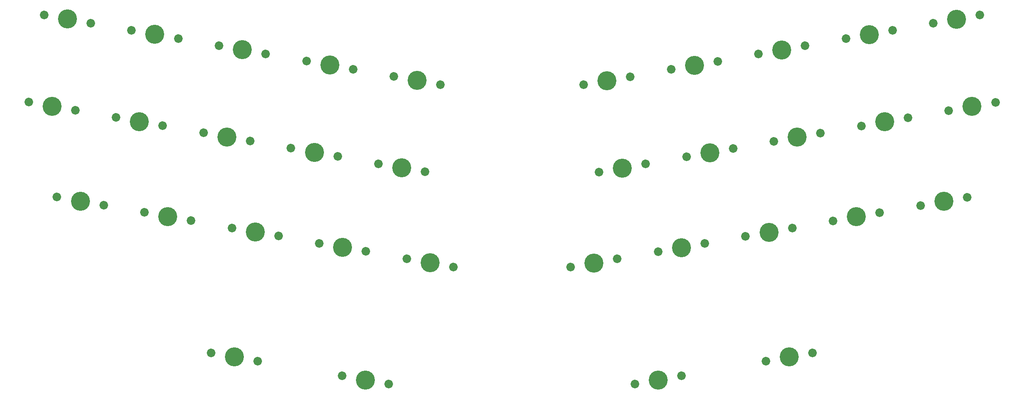
<source format=gbr>
%TF.GenerationSoftware,KiCad,Pcbnew,(6.0.4-0)*%
%TF.CreationDate,2023-01-13T14:19:42-08:00*%
%TF.ProjectId,AlphaStag,416c7068-6153-4746-9167-2e6b69636164,v1.0.0*%
%TF.SameCoordinates,Original*%
%TF.FileFunction,Soldermask,Top*%
%TF.FilePolarity,Negative*%
%FSLAX46Y46*%
G04 Gerber Fmt 4.6, Leading zero omitted, Abs format (unit mm)*
G04 Created by KiCad (PCBNEW (6.0.4-0)) date 2023-01-13 14:19:42*
%MOMM*%
%LPD*%
G01*
G04 APERTURE LIST*
%ADD10C,4.087800*%
%ADD11C,1.850000*%
G04 APERTURE END LIST*
D10*
%TO.C,MX20*%
X226261958Y-46311593D03*
D11*
X231264781Y-45429460D03*
X221259135Y-47193726D03*
%TD*%
%TO.C,MX17*%
X164977372Y-57117719D03*
D10*
X169980195Y-56235586D03*
D11*
X174983018Y-55353453D03*
%TD*%
%TO.C,MX18*%
X183737960Y-53809721D03*
X193743606Y-52045455D03*
D10*
X188740783Y-52927588D03*
%TD*%
D11*
%TO.C,MX13*%
X61371056Y-51994276D03*
X71376702Y-53758542D03*
D10*
X66373879Y-52876409D03*
%TD*%
%TO.C,MX10*%
X222953960Y-27551005D03*
D11*
X227956783Y-26668872D03*
X217951137Y-28433138D03*
%TD*%
D10*
%TO.C,MX4*%
X88442465Y-37423819D03*
D11*
X93445288Y-38305952D03*
X83439642Y-36541686D03*
%TD*%
%TO.C,MX27*%
X158905076Y-77532306D03*
X168910722Y-75768040D03*
D10*
X163907899Y-76650173D03*
%TD*%
%TO.C,MX15*%
X103895054Y-59492405D03*
D11*
X98892231Y-58610272D03*
X108897877Y-60374538D03*
%TD*%
D10*
%TO.C,MX1*%
X32160701Y-27499826D03*
D11*
X37163524Y-28381959D03*
X27157878Y-26617693D03*
%TD*%
%TO.C,MX25*%
X114970174Y-80789125D03*
X104964528Y-79024859D03*
D10*
X109967351Y-79906992D03*
%TD*%
%TO.C,MX3*%
X69681877Y-34115822D03*
D11*
X74684700Y-34997955D03*
X64679054Y-33233689D03*
%TD*%
%TO.C,MX31*%
X72975910Y-101027631D03*
D10*
X67973087Y-100145498D03*
D11*
X62970264Y-99263365D03*
%TD*%
%TO.C,MX24*%
X96209586Y-77481127D03*
X86203940Y-75716861D03*
D10*
X91206763Y-76598994D03*
%TD*%
D11*
%TO.C,MX16*%
X156222430Y-58661451D03*
X146216784Y-60425717D03*
D10*
X151219607Y-59543584D03*
%TD*%
D11*
%TO.C,MX21*%
X39927823Y-67557133D03*
D10*
X34925000Y-66675000D03*
D11*
X29922177Y-65792867D03*
%TD*%
D10*
%TO.C,MX32*%
X96113969Y-105107494D03*
D11*
X101116792Y-105989627D03*
X91111146Y-104225361D03*
%TD*%
%TO.C,MX9*%
X209196195Y-29976870D03*
X199190549Y-31741136D03*
D10*
X204193372Y-30859003D03*
%TD*%
%TO.C,MX2*%
X50921289Y-30807824D03*
D11*
X45918466Y-29925691D03*
X55924112Y-31689957D03*
%TD*%
D10*
%TO.C,MX30*%
X220189662Y-66726179D03*
D11*
X215186839Y-67608312D03*
X225192485Y-65844046D03*
%TD*%
%TO.C,MX34*%
X192038410Y-99263365D03*
D10*
X187035587Y-100145498D03*
D11*
X182032764Y-101027631D03*
%TD*%
%TO.C,MX5*%
X102200229Y-39849684D03*
D10*
X107203052Y-40731817D03*
D11*
X112205875Y-41613950D03*
%TD*%
%TO.C,MX28*%
X177665663Y-74224308D03*
D10*
X182668486Y-73342175D03*
D11*
X187671309Y-72460042D03*
%TD*%
%TO.C,MX29*%
X196426251Y-70916310D03*
X206431897Y-69152044D03*
D10*
X201429074Y-70034177D03*
%TD*%
D11*
%TO.C,MX7*%
X161669374Y-38357131D03*
X171675020Y-36592865D03*
D10*
X166672197Y-37474998D03*
%TD*%
D11*
%TO.C,MX26*%
X150150134Y-79076037D03*
X140144488Y-80840303D03*
D10*
X145147311Y-79958170D03*
%TD*%
D11*
%TO.C,MX19*%
X212504193Y-48737457D03*
D10*
X207501370Y-49619590D03*
D11*
X202498547Y-50501723D03*
%TD*%
%TO.C,MX8*%
X180429962Y-35049133D03*
X190435608Y-33284867D03*
D10*
X185432785Y-34167000D03*
%TD*%
D11*
%TO.C,MX12*%
X42610468Y-48686279D03*
X52616114Y-50450545D03*
D10*
X47613291Y-49568412D03*
%TD*%
D11*
%TO.C,MX11*%
X33855527Y-47142547D03*
D10*
X28852704Y-46260414D03*
D11*
X23849881Y-45378281D03*
%TD*%
%TO.C,MX22*%
X48682764Y-69100865D03*
X58688410Y-70865131D03*
D10*
X53685587Y-69982998D03*
%TD*%
%TO.C,MX6*%
X147911609Y-40782996D03*
D11*
X152914432Y-39900863D03*
X142908786Y-41665129D03*
%TD*%
%TO.C,MX23*%
X77448998Y-74173129D03*
D10*
X72446175Y-73290996D03*
D11*
X67443352Y-72408863D03*
%TD*%
%TO.C,MX33*%
X153891883Y-105989628D03*
D10*
X158894706Y-105107495D03*
D11*
X163897529Y-104225362D03*
%TD*%
%TO.C,MX14*%
X80131644Y-55302274D03*
X90137290Y-57066540D03*
D10*
X85134467Y-56184407D03*
%TD*%
M02*

</source>
